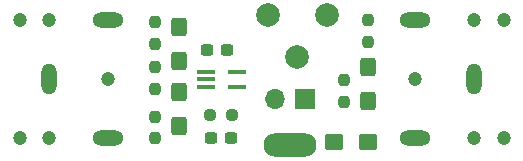
<source format=gbr>
%TF.GenerationSoftware,KiCad,Pcbnew,(6.0.0)*%
%TF.CreationDate,2022-02-18T01:59:25+09:00*%
%TF.ProjectId,mic pre,6d696320-7072-4652-9e6b-696361645f70,rev?*%
%TF.SameCoordinates,Original*%
%TF.FileFunction,Soldermask,Top*%
%TF.FilePolarity,Negative*%
%FSLAX46Y46*%
G04 Gerber Fmt 4.6, Leading zero omitted, Abs format (unit mm)*
G04 Created by KiCad (PCBNEW (6.0.0)) date 2022-02-18 01:59:25*
%MOMM*%
%LPD*%
G01*
G04 APERTURE LIST*
G04 Aperture macros list*
%AMRoundRect*
0 Rectangle with rounded corners*
0 $1 Rounding radius*
0 $2 $3 $4 $5 $6 $7 $8 $9 X,Y pos of 4 corners*
0 Add a 4 corners polygon primitive as box body*
4,1,4,$2,$3,$4,$5,$6,$7,$8,$9,$2,$3,0*
0 Add four circle primitives for the rounded corners*
1,1,$1+$1,$2,$3*
1,1,$1+$1,$4,$5*
1,1,$1+$1,$6,$7*
1,1,$1+$1,$8,$9*
0 Add four rect primitives between the rounded corners*
20,1,$1+$1,$2,$3,$4,$5,0*
20,1,$1+$1,$4,$5,$6,$7,0*
20,1,$1+$1,$6,$7,$8,$9,0*
20,1,$1+$1,$8,$9,$2,$3,0*%
G04 Aperture macros list end*
%ADD10C,2.000000*%
%ADD11RoundRect,0.237500X0.300000X0.237500X-0.300000X0.237500X-0.300000X-0.237500X0.300000X-0.237500X0*%
%ADD12RoundRect,0.250000X0.425000X-0.537500X0.425000X0.537500X-0.425000X0.537500X-0.425000X-0.537500X0*%
%ADD13RoundRect,0.237500X0.237500X-0.250000X0.237500X0.250000X-0.237500X0.250000X-0.237500X-0.250000X0*%
%ADD14RoundRect,0.237500X-0.237500X0.250000X-0.237500X-0.250000X0.237500X-0.250000X0.237500X0.250000X0*%
%ADD15RoundRect,0.237500X-0.250000X-0.237500X0.250000X-0.237500X0.250000X0.237500X-0.250000X0.237500X0*%
%ADD16R,1.500000X0.400000*%
%ADD17R,1.700000X1.700000*%
%ADD18O,1.700000X1.700000*%
%ADD19C,1.200000*%
%ADD20O,2.616000X1.308000*%
%ADD21O,1.308000X2.616000*%
%ADD22RoundRect,0.250000X-0.425000X0.537500X-0.425000X-0.537500X0.425000X-0.537500X0.425000X0.537500X0*%
%ADD23RoundRect,0.250000X-0.537500X-0.425000X0.537500X-0.425000X0.537500X0.425000X-0.537500X0.425000X0*%
%ADD24RoundRect,0.237500X-0.300000X-0.237500X0.300000X-0.237500X0.300000X0.237500X-0.300000X0.237500X0*%
%ADD25O,4.500000X2.000000*%
G04 APERTURE END LIST*
D10*
%TO.C,SW1*%
X156500000Y-94600000D03*
X154000000Y-98100000D03*
X151500000Y-94600000D03*
%TD*%
D11*
%TO.C,C5*%
X148062500Y-97500000D03*
X146337500Y-97500000D03*
%TD*%
D12*
%TO.C,C6*%
X160000000Y-101875000D03*
X160000000Y-99000000D03*
%TD*%
D13*
%TO.C,R2*%
X142000000Y-100825000D03*
X142000000Y-99000000D03*
%TD*%
D14*
%TO.C,R1*%
X142000000Y-103175000D03*
X142000000Y-105000000D03*
%TD*%
D15*
%TO.C,R4*%
X146662500Y-103000000D03*
X148487500Y-103000000D03*
%TD*%
D16*
%TO.C,IC1*%
X146245000Y-99350000D03*
X146245000Y-100000000D03*
X146245000Y-100650000D03*
X148905000Y-100650000D03*
X148905000Y-99350000D03*
%TD*%
D13*
%TO.C,R6*%
X160000000Y-96812500D03*
X160000000Y-94987500D03*
%TD*%
D17*
%TO.C,J1*%
X154640000Y-101700000D03*
D18*
X152100000Y-101700000D03*
%TD*%
D19*
%TO.C,J3*%
X171500000Y-105000000D03*
X169000000Y-105000000D03*
X164000000Y-100000000D03*
X169000000Y-95000000D03*
X171500000Y-95000000D03*
D20*
X164000000Y-105000000D03*
D21*
X169000000Y-100000000D03*
D20*
X164000000Y-95000000D03*
%TD*%
D14*
%TO.C,R5*%
X158000000Y-100087500D03*
X158000000Y-101912500D03*
%TD*%
D22*
%TO.C,C2*%
X144000000Y-101125000D03*
X144000000Y-104000000D03*
%TD*%
D23*
%TO.C,C1*%
X157125000Y-105300000D03*
X160000000Y-105300000D03*
%TD*%
D24*
%TO.C,C4*%
X146712500Y-105000000D03*
X148437500Y-105000000D03*
%TD*%
D12*
%TO.C,C3*%
X144000000Y-98437500D03*
X144000000Y-95562500D03*
%TD*%
D19*
%TO.C,J2*%
X138000000Y-100000000D03*
X130500000Y-95000000D03*
X133000000Y-105000000D03*
X133000000Y-95000000D03*
X130500000Y-105000000D03*
D20*
X138000000Y-95000000D03*
D21*
X133000000Y-100000000D03*
D20*
X138000000Y-105000000D03*
%TD*%
D25*
%TO.C,REF\u002A\u002A*%
X153400000Y-105600000D03*
%TD*%
D13*
%TO.C,R3*%
X142000000Y-97000000D03*
X142000000Y-95175000D03*
%TD*%
M02*

</source>
